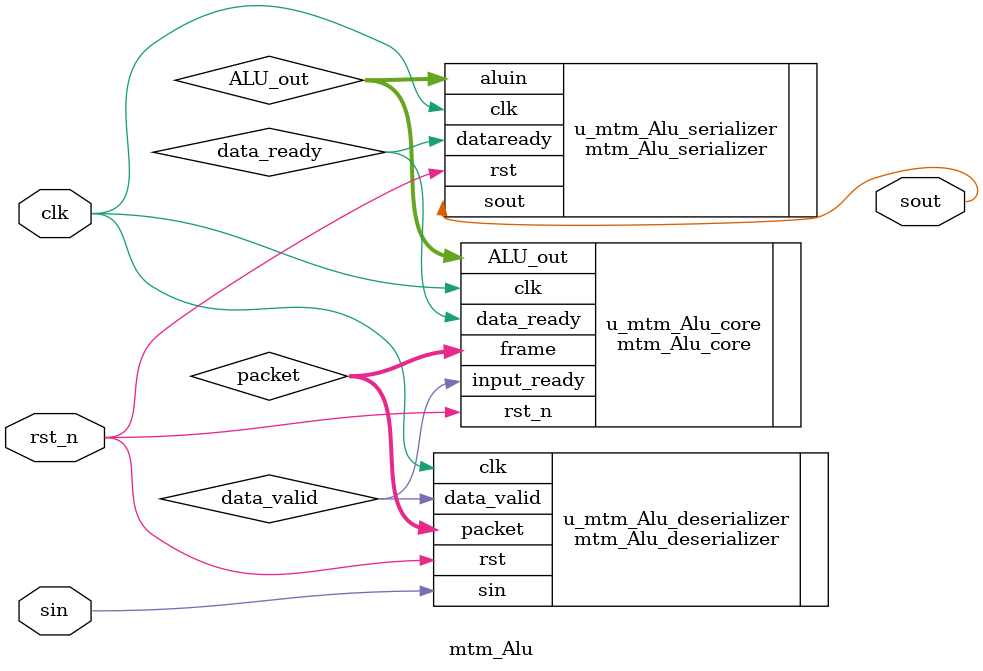
<source format=v>
/******************************************************************************
 * (C) Copyright 2019 AGH UST All Rights Reserved
 *
 * MODULE:    mtm_Alu
 * PROJECT:   PPCU_VLSI
 * AUTHORS:	  S. Janik
 * DATE:
 * ------------------------------------------------------------------------------
 * The ALU should operate as described in the mtmAlu_test_top module.
 * It should consist of three modules connected together:
 *   mtm_Alu_deserializer
 *   mtm_Alu_core
 *   mtm_Alu_serializer
 * The ALU should use posedge active clock and synchronous reset active LOW.
 *
 *******************************************************************************/
`timescale 1ns/1ps


module mtm_Alu (
    input  wire clk,   // posedge active clock
    input  wire rst_n, // synchronous reset active low
    input  wire sin,   // serial data input
    output wire sout   // serial data output
);


wire [31:0] A;
wire [31:0] B;
wire [31:0] C;
wire [7:0] CTL;
wire [7:0] CTL_out;
wire data_valid;
wire [9:0] packet;
wire [54:0] ALU_out;
wire data_ready;


mtm_Alu_deserializer u_mtm_Alu_deserializer(
  .clk(clk),
  .rst(rst_n),
  .sin(sin),
  .packet(packet),
  .data_valid(data_valid)
);

mtm_Alu_core u_mtm_Alu_core(
  .clk(clk),
  .rst_n(rst_n),
  .frame(packet),
  .input_ready(data_valid),
  .ALU_out(ALU_out),
  .data_ready(data_ready)
);

mtm_Alu_serializer u_mtm_Alu_serializer(
  .clk(clk),
  .rst(rst_n),
  .aluin(ALU_out),
  .dataready(data_ready),
  .sout(sout)
);





endmodule

</source>
